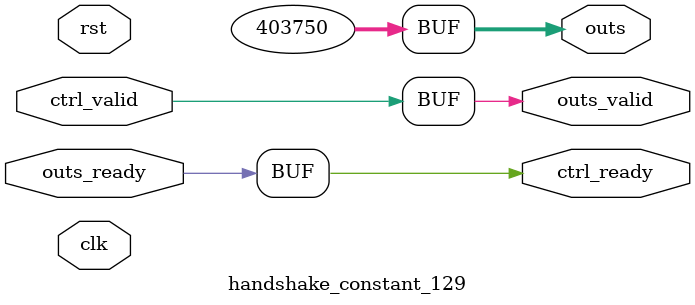
<source format=v>
`timescale 1ns / 1ps
module handshake_constant_129 #(
  parameter DATA_WIDTH = 32  // Default set to 32 bits
) (
  input                       clk,
  input                       rst,
  // Input Channel
  input                       ctrl_valid,
  output                      ctrl_ready,
  // Output Channel
  output [DATA_WIDTH - 1 : 0] outs,
  output                      outs_valid,
  input                       outs_ready
);
  assign outs       = 20'b01100010100100100110;
  assign outs_valid = ctrl_valid;
  assign ctrl_ready = outs_ready;

endmodule

</source>
